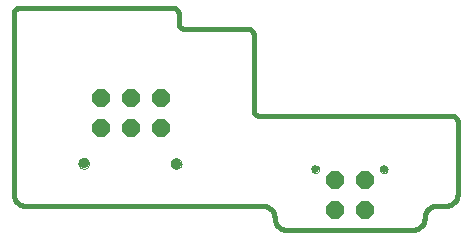
<source format=gbs>
G75*
G70*
%OFA0B0*%
%FSLAX24Y24*%
%IPPOS*%
%LPD*%
%AMOC8*
5,1,8,0,0,1.08239X$1,22.5*
%
%ADD10C,0.0160*%
%ADD11C,0.0000*%
%ADD12C,0.0354*%
%ADD13C,0.0256*%
%ADD14OC8,0.0600*%
D10*
X001140Y001540D02*
X009040Y001540D01*
X009079Y001538D01*
X009118Y001532D01*
X009156Y001523D01*
X009193Y001510D01*
X009229Y001493D01*
X009262Y001473D01*
X009294Y001449D01*
X009323Y001423D01*
X009349Y001394D01*
X009373Y001362D01*
X009393Y001329D01*
X009410Y001293D01*
X009423Y001256D01*
X009432Y001218D01*
X009438Y001179D01*
X009440Y001140D01*
X009442Y001101D01*
X009448Y001062D01*
X009457Y001024D01*
X009470Y000987D01*
X009487Y000951D01*
X009507Y000918D01*
X009531Y000886D01*
X009557Y000857D01*
X009586Y000831D01*
X009618Y000807D01*
X009651Y000787D01*
X009687Y000770D01*
X009724Y000757D01*
X009762Y000748D01*
X009801Y000742D01*
X009840Y000740D01*
X014040Y000740D01*
X014079Y000742D01*
X014118Y000748D01*
X014156Y000757D01*
X014193Y000770D01*
X014229Y000787D01*
X014262Y000807D01*
X014294Y000831D01*
X014323Y000857D01*
X014349Y000886D01*
X014373Y000918D01*
X014393Y000951D01*
X014410Y000987D01*
X014423Y001024D01*
X014432Y001062D01*
X014438Y001101D01*
X014440Y001140D01*
X014442Y001179D01*
X014448Y001218D01*
X014457Y001256D01*
X014470Y001293D01*
X014487Y001329D01*
X014507Y001362D01*
X014531Y001394D01*
X014557Y001423D01*
X014586Y001449D01*
X014618Y001473D01*
X014651Y001493D01*
X014687Y001510D01*
X014724Y001523D01*
X014762Y001532D01*
X014801Y001538D01*
X014840Y001540D01*
X015140Y001540D01*
X015179Y001542D01*
X015218Y001548D01*
X015256Y001557D01*
X015293Y001570D01*
X015329Y001587D01*
X015362Y001607D01*
X015394Y001631D01*
X015423Y001657D01*
X015449Y001686D01*
X015473Y001718D01*
X015493Y001751D01*
X015510Y001787D01*
X015523Y001824D01*
X015532Y001862D01*
X015538Y001901D01*
X015540Y001940D01*
X015540Y004340D01*
X015538Y004366D01*
X015533Y004392D01*
X015525Y004417D01*
X015513Y004440D01*
X015499Y004462D01*
X015481Y004481D01*
X015462Y004499D01*
X015440Y004513D01*
X015417Y004525D01*
X015392Y004533D01*
X015366Y004538D01*
X015340Y004540D01*
X008940Y004540D01*
X008914Y004542D01*
X008888Y004547D01*
X008863Y004555D01*
X008840Y004567D01*
X008818Y004581D01*
X008799Y004599D01*
X008781Y004618D01*
X008767Y004640D01*
X008755Y004663D01*
X008747Y004688D01*
X008742Y004714D01*
X008740Y004740D01*
X008740Y007240D01*
X008738Y007266D01*
X008733Y007292D01*
X008725Y007317D01*
X008713Y007340D01*
X008699Y007362D01*
X008681Y007381D01*
X008662Y007399D01*
X008640Y007413D01*
X008617Y007425D01*
X008592Y007433D01*
X008566Y007438D01*
X008540Y007440D01*
X006440Y007440D01*
X006414Y007442D01*
X006388Y007447D01*
X006363Y007455D01*
X006340Y007467D01*
X006318Y007481D01*
X006299Y007499D01*
X006281Y007518D01*
X006267Y007540D01*
X006255Y007563D01*
X006247Y007588D01*
X006242Y007614D01*
X006240Y007640D01*
X006240Y007940D01*
X006238Y007966D01*
X006233Y007992D01*
X006225Y008017D01*
X006213Y008040D01*
X006199Y008062D01*
X006181Y008081D01*
X006162Y008099D01*
X006140Y008113D01*
X006117Y008125D01*
X006092Y008133D01*
X006066Y008138D01*
X006040Y008140D01*
X000940Y008140D01*
X000914Y008138D01*
X000888Y008133D01*
X000863Y008125D01*
X000840Y008113D01*
X000818Y008099D01*
X000799Y008081D01*
X000781Y008062D01*
X000767Y008040D01*
X000755Y008017D01*
X000747Y007992D01*
X000742Y007966D01*
X000740Y007940D01*
X000740Y001940D01*
X000742Y001901D01*
X000748Y001862D01*
X000757Y001824D01*
X000770Y001787D01*
X000787Y001751D01*
X000807Y001718D01*
X000831Y001686D01*
X000857Y001657D01*
X000886Y001631D01*
X000918Y001607D01*
X000951Y001587D01*
X000987Y001570D01*
X001024Y001557D01*
X001062Y001548D01*
X001101Y001542D01*
X001140Y001540D01*
D11*
X002899Y002957D02*
X002901Y002983D01*
X002907Y003009D01*
X002917Y003034D01*
X002930Y003057D01*
X002946Y003077D01*
X002966Y003095D01*
X002988Y003110D01*
X003011Y003122D01*
X003037Y003130D01*
X003063Y003134D01*
X003089Y003134D01*
X003115Y003130D01*
X003141Y003122D01*
X003165Y003110D01*
X003186Y003095D01*
X003206Y003077D01*
X003222Y003057D01*
X003235Y003034D01*
X003245Y003009D01*
X003251Y002983D01*
X003253Y002957D01*
X003251Y002931D01*
X003245Y002905D01*
X003235Y002880D01*
X003222Y002857D01*
X003206Y002837D01*
X003186Y002819D01*
X003164Y002804D01*
X003141Y002792D01*
X003115Y002784D01*
X003089Y002780D01*
X003063Y002780D01*
X003037Y002784D01*
X003011Y002792D01*
X002987Y002804D01*
X002966Y002819D01*
X002946Y002837D01*
X002930Y002857D01*
X002917Y002880D01*
X002907Y002905D01*
X002901Y002931D01*
X002899Y002957D01*
X005982Y002953D02*
X005984Y002979D01*
X005990Y003005D01*
X006000Y003030D01*
X006013Y003053D01*
X006029Y003073D01*
X006049Y003091D01*
X006071Y003106D01*
X006094Y003118D01*
X006120Y003126D01*
X006146Y003130D01*
X006172Y003130D01*
X006198Y003126D01*
X006224Y003118D01*
X006248Y003106D01*
X006269Y003091D01*
X006289Y003073D01*
X006305Y003053D01*
X006318Y003030D01*
X006328Y003005D01*
X006334Y002979D01*
X006336Y002953D01*
X006334Y002927D01*
X006328Y002901D01*
X006318Y002876D01*
X006305Y002853D01*
X006289Y002833D01*
X006269Y002815D01*
X006247Y002800D01*
X006224Y002788D01*
X006198Y002780D01*
X006172Y002776D01*
X006146Y002776D01*
X006120Y002780D01*
X006094Y002788D01*
X006070Y002800D01*
X006049Y002815D01*
X006029Y002833D01*
X006013Y002853D01*
X006000Y002876D01*
X005990Y002901D01*
X005984Y002927D01*
X005982Y002953D01*
X010672Y002759D02*
X010674Y002781D01*
X010680Y002803D01*
X010689Y002823D01*
X010702Y002841D01*
X010718Y002857D01*
X010736Y002870D01*
X010756Y002879D01*
X010778Y002885D01*
X010800Y002887D01*
X010822Y002885D01*
X010844Y002879D01*
X010864Y002870D01*
X010882Y002857D01*
X010898Y002841D01*
X010911Y002823D01*
X010920Y002803D01*
X010926Y002781D01*
X010928Y002759D01*
X010926Y002737D01*
X010920Y002715D01*
X010911Y002695D01*
X010898Y002677D01*
X010882Y002661D01*
X010864Y002648D01*
X010844Y002639D01*
X010822Y002633D01*
X010800Y002631D01*
X010778Y002633D01*
X010756Y002639D01*
X010736Y002648D01*
X010718Y002661D01*
X010702Y002677D01*
X010689Y002695D01*
X010680Y002715D01*
X010674Y002737D01*
X010672Y002759D01*
X012947Y002759D02*
X012949Y002781D01*
X012955Y002803D01*
X012964Y002823D01*
X012977Y002841D01*
X012993Y002857D01*
X013011Y002870D01*
X013031Y002879D01*
X013053Y002885D01*
X013075Y002887D01*
X013097Y002885D01*
X013119Y002879D01*
X013139Y002870D01*
X013157Y002857D01*
X013173Y002841D01*
X013186Y002823D01*
X013195Y002803D01*
X013201Y002781D01*
X013203Y002759D01*
X013201Y002737D01*
X013195Y002715D01*
X013186Y002695D01*
X013173Y002677D01*
X013157Y002661D01*
X013139Y002648D01*
X013119Y002639D01*
X013097Y002633D01*
X013075Y002631D01*
X013053Y002633D01*
X013031Y002639D01*
X013011Y002648D01*
X012993Y002661D01*
X012977Y002677D01*
X012964Y002695D01*
X012955Y002715D01*
X012949Y002737D01*
X012947Y002759D01*
D12*
X006159Y002953D03*
X003076Y002957D03*
D13*
X010800Y002759D03*
X013075Y002759D03*
D14*
X012440Y002390D03*
X011440Y002390D03*
X011440Y001390D03*
X012440Y001390D03*
X005640Y004140D03*
X004640Y004140D03*
X003640Y004140D03*
X003640Y005140D03*
X004640Y005140D03*
X005640Y005140D03*
M02*

</source>
